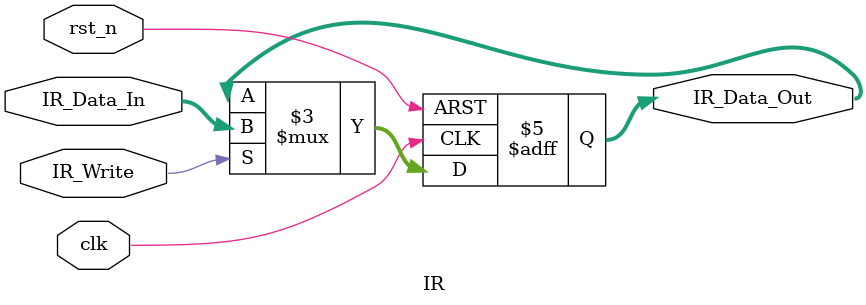
<source format=v>
`timescale 1ns / 1ps


module IR(
    input clk,rst_n,IR_Write,
    input [31:0] IR_Data_In,
    output reg [31:0] IR_Data_Out
    );

    always @(negedge rst_n or posedge clk)
    begin
        if(!rst_n)
            IR_Data_Out<=0;
        else if(IR_Write)
            IR_Data_Out<=IR_Data_In;
    end
endmodule

</source>
